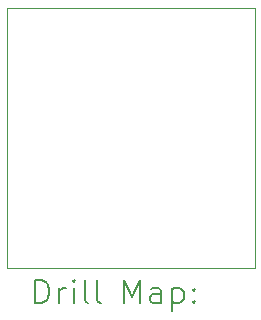
<source format=gbr>
%TF.GenerationSoftware,KiCad,Pcbnew,(7.0.0)*%
%TF.CreationDate,2023-03-10T18:19:16+01:00*%
%TF.ProjectId,CapacitorBox0603,43617061-6369-4746-9f72-426f78303630,rev?*%
%TF.SameCoordinates,Original*%
%TF.FileFunction,Drillmap*%
%TF.FilePolarity,Positive*%
%FSLAX45Y45*%
G04 Gerber Fmt 4.5, Leading zero omitted, Abs format (unit mm)*
G04 Created by KiCad (PCBNEW (7.0.0)) date 2023-03-10 18:19:16*
%MOMM*%
%LPD*%
G01*
G04 APERTURE LIST*
%ADD10C,0.100000*%
%ADD11C,0.200000*%
G04 APERTURE END LIST*
D10*
X10100000Y-10000000D02*
X12200000Y-10000000D01*
X12200000Y-10000000D02*
X12200000Y-12200000D01*
X12200000Y-12200000D02*
X10100000Y-12200000D01*
X10100000Y-10000000D02*
X10100000Y-12200000D01*
D11*
X10342619Y-12498476D02*
X10342619Y-12298476D01*
X10342619Y-12298476D02*
X10390238Y-12298476D01*
X10390238Y-12298476D02*
X10418810Y-12308000D01*
X10418810Y-12308000D02*
X10437857Y-12327048D01*
X10437857Y-12327048D02*
X10447381Y-12346095D01*
X10447381Y-12346095D02*
X10456905Y-12384190D01*
X10456905Y-12384190D02*
X10456905Y-12412762D01*
X10456905Y-12412762D02*
X10447381Y-12450857D01*
X10447381Y-12450857D02*
X10437857Y-12469905D01*
X10437857Y-12469905D02*
X10418810Y-12488952D01*
X10418810Y-12488952D02*
X10390238Y-12498476D01*
X10390238Y-12498476D02*
X10342619Y-12498476D01*
X10542619Y-12498476D02*
X10542619Y-12365143D01*
X10542619Y-12403238D02*
X10552143Y-12384190D01*
X10552143Y-12384190D02*
X10561667Y-12374667D01*
X10561667Y-12374667D02*
X10580714Y-12365143D01*
X10580714Y-12365143D02*
X10599762Y-12365143D01*
X10666429Y-12498476D02*
X10666429Y-12365143D01*
X10666429Y-12298476D02*
X10656905Y-12308000D01*
X10656905Y-12308000D02*
X10666429Y-12317524D01*
X10666429Y-12317524D02*
X10675952Y-12308000D01*
X10675952Y-12308000D02*
X10666429Y-12298476D01*
X10666429Y-12298476D02*
X10666429Y-12317524D01*
X10790238Y-12498476D02*
X10771190Y-12488952D01*
X10771190Y-12488952D02*
X10761667Y-12469905D01*
X10761667Y-12469905D02*
X10761667Y-12298476D01*
X10895000Y-12498476D02*
X10875952Y-12488952D01*
X10875952Y-12488952D02*
X10866429Y-12469905D01*
X10866429Y-12469905D02*
X10866429Y-12298476D01*
X11091190Y-12498476D02*
X11091190Y-12298476D01*
X11091190Y-12298476D02*
X11157857Y-12441333D01*
X11157857Y-12441333D02*
X11224524Y-12298476D01*
X11224524Y-12298476D02*
X11224524Y-12498476D01*
X11405476Y-12498476D02*
X11405476Y-12393714D01*
X11405476Y-12393714D02*
X11395952Y-12374667D01*
X11395952Y-12374667D02*
X11376905Y-12365143D01*
X11376905Y-12365143D02*
X11338809Y-12365143D01*
X11338809Y-12365143D02*
X11319762Y-12374667D01*
X11405476Y-12488952D02*
X11386428Y-12498476D01*
X11386428Y-12498476D02*
X11338809Y-12498476D01*
X11338809Y-12498476D02*
X11319762Y-12488952D01*
X11319762Y-12488952D02*
X11310238Y-12469905D01*
X11310238Y-12469905D02*
X11310238Y-12450857D01*
X11310238Y-12450857D02*
X11319762Y-12431809D01*
X11319762Y-12431809D02*
X11338809Y-12422286D01*
X11338809Y-12422286D02*
X11386428Y-12422286D01*
X11386428Y-12422286D02*
X11405476Y-12412762D01*
X11500714Y-12365143D02*
X11500714Y-12565143D01*
X11500714Y-12374667D02*
X11519762Y-12365143D01*
X11519762Y-12365143D02*
X11557857Y-12365143D01*
X11557857Y-12365143D02*
X11576905Y-12374667D01*
X11576905Y-12374667D02*
X11586428Y-12384190D01*
X11586428Y-12384190D02*
X11595952Y-12403238D01*
X11595952Y-12403238D02*
X11595952Y-12460381D01*
X11595952Y-12460381D02*
X11586428Y-12479428D01*
X11586428Y-12479428D02*
X11576905Y-12488952D01*
X11576905Y-12488952D02*
X11557857Y-12498476D01*
X11557857Y-12498476D02*
X11519762Y-12498476D01*
X11519762Y-12498476D02*
X11500714Y-12488952D01*
X11681667Y-12479428D02*
X11691190Y-12488952D01*
X11691190Y-12488952D02*
X11681667Y-12498476D01*
X11681667Y-12498476D02*
X11672143Y-12488952D01*
X11672143Y-12488952D02*
X11681667Y-12479428D01*
X11681667Y-12479428D02*
X11681667Y-12498476D01*
X11681667Y-12374667D02*
X11691190Y-12384190D01*
X11691190Y-12384190D02*
X11681667Y-12393714D01*
X11681667Y-12393714D02*
X11672143Y-12384190D01*
X11672143Y-12384190D02*
X11681667Y-12374667D01*
X11681667Y-12374667D02*
X11681667Y-12393714D01*
M02*

</source>
